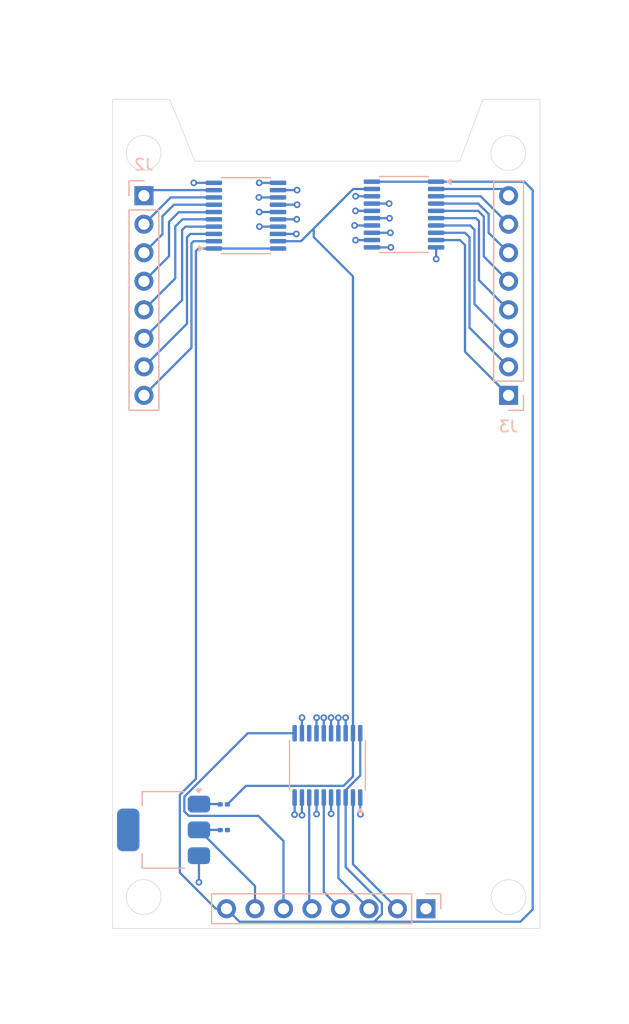
<source format=kicad_pcb>
(kicad_pcb (version 20241229) (generator "pcbnew") (generator_version "9.0")
  (layers (0 "F.Cu" signal) (2 "B.Cu" signal) (13 "F.Paste" user) (15 "B.Paste" user) (5 "F.SilkS" user "F.Silkscreen") (7 "B.SilkS" user "B.Silkscreen") (1 "F.Mask" user) (3 "B.Mask" user) (25 "Edge.Cuts" user))
  (net 0 "")
  (net 1 "I1")
  (net 2 "I0")
  (net 3 "+5V")
  (net 4 "I4")
  (net 5 "I3")
  (net 6 "I2")
  (net 7 "D0")
  (net 8 "D1")
  (net 9 "D2")
  (net 10 "D3")
  (net 11 "Net-(J2-Pin_2)")
  (net 12 "GND")
  (net 13 "Net-(J2-Pin_3)")
  (net 14 "Net-(J2-Pin_7)")
  (net 15 "Net-(J2-Pin_1)")
  (net 16 "Net-(J2-Pin_6)")
  (net 17 "Net-(J2-Pin_8)")
  (net 18 "Net-(J2-Pin_5)")
  (net 19 "Net-(J2-Pin_4)")
  (net 20 "Net-(J3-Pin_6)")
  (net 21 "Net-(J3-Pin_3)")
  (net 22 "Net-(J3-Pin_1)")
  (net 23 "Net-(J3-Pin_4)")
  (net 24 "Net-(J3-Pin_8)")
  (net 25 "Net-(J3-Pin_7)")
  (net 26 "Net-(J3-Pin_5)")
  (net 27 "Net-(J3-Pin_2)")
  (net 28 "Net-(U1-P=R)")
  (net 29 "D7")
  (net 30 "D4")
  (net 31 "D6")
  (net 32 "D5")
  (net 33 "D8")
  (net 34 "D11")
  (net 35 "D13")
  (net 36 "D9")
  (net 37 "D12")
  (net 38 "D14")
  (net 39 "D10")
  (net 40 "I5")
  (net 41 "RESP")
  (net 42 "Net-(Q1-B)")
  (net 43 "D15")
  (footprint "Connector_PinSocket_2.54mm:PinSocket_1x08_P2.54mm_Vertical" (layer "B.Cu") (at 86.106 75.184)
    (property "Reference" "J3" (at 0 2.77 0) (layer "B.SilkS") (effects (justify mirror)))
    (property "Value" "Conn_01x08_Socket")
    (fp_line (start -1.33 -19.11) (end 1.33 -19.11) (stroke (width 0.12)) (layer "B.SilkS"))
    (fp_line (start -1.33 -1.27) (end -1.33 -19.11) (stroke (width 0.12)) (layer "B.SilkS"))
    (fp_line (start -1.33 -1.27) (end 1.33 -1.27) (stroke (width 0.12)) (layer "B.SilkS"))
    (fp_line (start 0 1.33) (end 1.33 1.33) (stroke (width 0.12)) (layer "B.SilkS"))
    (fp_line (start 1.33 -1.27) (end 1.33 -19.11) (stroke (width 0.12)) (layer "B.SilkS"))
    (fp_line (start 1.33 1.33) (end 1.33 0) (stroke (width 0.12)) (layer "B.SilkS"))
    (pad "1" thru_hole rect (at 0 0) (size 1.7 1.7) (drill 1) (layers "*.Cu" "*.Mask") (net 22 "Net-(J3-Pin_1)"))
    (pad "2" thru_hole circle (at 0 -2.54) (size 1.7 1.7) (drill 1) (layers "*.Cu" "*.Mask") (net 27 "Net-(J3-Pin_2)"))
    (pad "3" thru_hole circle (at 0 -5.08) (size 1.7 1.7) (drill 1) (layers "*.Cu" "*.Mask") (net 21 "Net-(J3-Pin_3)"))
    (pad "4" thru_hole circle (at 0 -7.62) (size 1.7 1.7) (drill 1) (layers "*.Cu" "*.Mask") (net 23 "Net-(J3-Pin_4)"))
    (pad "5" thru_hole circle (at 0 -10.16) (size 1.7 1.7) (drill 1) (layers "*.Cu" "*.Mask") (net 26 "Net-(J3-Pin_5)"))
    (pad "6" thru_hole circle (at 0 -12.7) (size 1.7 1.7) (drill 1) (layers "*.Cu" "*.Mask") (net 20 "Net-(J3-Pin_6)"))
    (pad "7" thru_hole circle (at 0 -15.24) (size 1.7 1.7) (drill 1) (layers "*.Cu" "*.Mask") (net 25 "Net-(J3-Pin_7)"))
    (pad "8" thru_hole circle (at 0 -17.78) (size 1.7 1.7) (drill 1) (layers "*.Cu" "*.Mask") (net 24 "Net-(J3-Pin_8)"))
  )
  (footprint "Package_TO_SOT_SMD:SOT-223-3_TabPin2" (layer "B.Cu") (at 55.3466 113.8803 180)
    (property "Reference" "Q1" (hide yes))
    (property "Value" "PZT2222A")
    (fp_line (start 1.91 3.41) (end 1.91 2.15) (stroke (width 0.12)) (layer "B.SilkS"))
    (fp_line (start 1.91 -3.41) (end 1.91 -2.15) (stroke (width 0.12)) (layer "B.SilkS"))
    (fp_line (start -1.85 3.41) (end 1.91 3.41) (stroke (width 0.12)) (layer "B.SilkS"))
    (fp_line (start -1.85 -3.41) (end 1.91 -3.41) (stroke (width 0.12)) (layer "B.SilkS"))
    (fp_poly (pts (xy -3.13 3.31) (xy -3.37 3.64) (xy -2.89 3.64) (xy -3.13 3.31)) (stroke (width 0.12)) (fill yes) (layer "B.SilkS"))
    (pad "1" smd roundrect (at -3.15 2.3 180) (size 2 1.5) (layers "B.Cu" "B.Mask" "B.Paste") (net 42 "Net-(Q1-B)"))
    (pad "2" smd roundrect (at -3.15 0 180) (size 2 1.5) (layers "B.Cu" "B.Mask" "B.Paste") (net 41 "RESP"))
    (pad "2" smd roundrect (at 3.15 0 180) (size 2 3.8) (layers "B.Cu" "B.Mask" "B.Paste") (net 41 "RESP"))
    (pad "3" smd roundrect (at -3.15 -2.3 180) (size 2 1.5) (layers "B.Cu" "B.Mask" "B.Paste") (net 12 "GND"))
  )
  (footprint "Package_SO:TSSOP-20_4.4x6.5mm_P0.65mm" (layer "B.Cu") (at 62.6872 59.182)
    (property "Reference" "U2" (hide yes))
    (property "Value" "74HC245" (hide yes))
    (fp_line (start 0 -3.385) (end -2.2 -3.385) (stroke (width 0.12)) (layer "B.SilkS"))
    (fp_line (start 0 -3.385) (end 2.2 -3.385) (stroke (width 0.12)) (layer "B.SilkS"))
    (fp_line (start 0 3.385) (end -2.2 3.385) (stroke (width 0.12)) (layer "B.SilkS"))
    (fp_line (start 0 3.385) (end 2.2 3.385) (stroke (width 0.12)) (layer "B.SilkS"))
    (fp_poly (pts (xy -3.86 2.925) (xy -4.19 2.685) (xy -4.19 3.165)) (stroke (width 0.12)) (fill yes) (layer "B.SilkS"))
    (pad "1" smd roundrect (at -2.8625 2.925) (size 1.475 0.4) (layers "B.Cu" "B.Mask" "B.Paste") (net 3 "+5V"))
    (pad "2" smd roundrect (at -2.8625 2.275) (size 1.475 0.4) (layers "B.Cu" "B.Mask" "B.Paste") (net 17 "Net-(J2-Pin_8)"))
    (pad "3" smd roundrect (at -2.8625 1.625) (size 1.475 0.4) (layers "B.Cu" "B.Mask" "B.Paste") (net 14 "Net-(J2-Pin_7)"))
    (pad "4" smd roundrect (at -2.8625 0.975) (size 1.475 0.4) (layers "B.Cu" "B.Mask" "B.Paste") (net 16 "Net-(J2-Pin_6)"))
    (pad "5" smd roundrect (at -2.8625 0.325) (size 1.475 0.4) (layers "B.Cu" "B.Mask" "B.Paste") (net 18 "Net-(J2-Pin_5)"))
    (pad "6" smd roundrect (at -2.8625 -0.325) (size 1.475 0.4) (layers "B.Cu" "B.Mask" "B.Paste") (net 19 "Net-(J2-Pin_4)"))
    (pad "7" smd roundrect (at -2.8625 -0.975) (size 1.475 0.4) (layers "B.Cu" "B.Mask" "B.Paste") (net 13 "Net-(J2-Pin_3)"))
    (pad "8" smd roundrect (at -2.8625 -1.625) (size 1.475 0.4) (layers "B.Cu" "B.Mask" "B.Paste") (net 11 "Net-(J2-Pin_2)"))
    (pad "9" smd roundrect (at -2.8625 -2.275) (size 1.475 0.4) (layers "B.Cu" "B.Mask" "B.Paste") (net 15 "Net-(J2-Pin_1)"))
    (pad "10" smd roundrect (at -2.8625 -2.925) (size 1.475 0.4) (layers "B.Cu" "B.Mask" "B.Paste") (net 12 "GND"))
    (pad "11" smd roundrect (at 2.8625 -2.925) (size 1.475 0.4) (layers "B.Cu" "B.Mask" "B.Paste") (net 7 "D0"))
    (pad "12" smd roundrect (at 2.8625 -2.275) (size 1.475 0.4) (layers "B.Cu" "B.Mask" "B.Paste") (net 8 "D1"))
    (pad "13" smd roundrect (at 2.8625 -1.625) (size 1.475 0.4) (layers "B.Cu" "B.Mask" "B.Paste") (net 9 "D2"))
    (pad "14" smd roundrect (at 2.8625 -0.975) (size 1.475 0.4) (layers "B.Cu" "B.Mask" "B.Paste") (net 10 "D3"))
    (pad "15" smd roundrect (at 2.8625 -0.325) (size 1.475 0.4) (layers "B.Cu" "B.Mask" "B.Paste") (net 30 "D4"))
    (pad "16" smd roundrect (at 2.8625 0.325) (size 1.475 0.4) (layers "B.Cu" "B.Mask" "B.Paste") (net 32 "D5"))
    (pad "17" smd roundrect (at 2.8625 0.975) (size 1.475 0.4) (layers "B.Cu" "B.Mask" "B.Paste") (net 31 "D6"))
    (pad "18" smd roundrect (at 2.8625 1.625) (size 1.475 0.4) (layers "B.Cu" "B.Mask" "B.Paste") (net 29 "D7"))
    (pad "19" smd roundrect (at 2.8625 2.275) (size 1.475 0.4) (layers "B.Cu" "B.Mask" "B.Paste") (net 28 "Net-(U1-P=R)"))
    (pad "20" smd roundrect (at 2.8625 2.925) (size 1.475 0.4) (layers "B.Cu" "B.Mask" "B.Paste") (net 3 "+5V"))
  )
  (footprint "Package_SO:TSSOP-20_4.4x6.5mm_P0.65mm" (layer "B.Cu") (at 76.7842 59.0804 180)
    (property "Reference" "U3" (hide yes))
    (property "Value" "74HC245" (hide yes))
    (fp_line (start 0 3.385) (end 2.2 3.385) (stroke (width 0.12)) (layer "B.SilkS"))
    (fp_line (start 0 3.385) (end -2.2 3.385) (stroke (width 0.12)) (layer "B.SilkS"))
    (fp_line (start 0 -3.385) (end 2.2 -3.385) (stroke (width 0.12)) (layer "B.SilkS"))
    (fp_line (start 0 -3.385) (end -2.2 -3.385) (stroke (width 0.12)) (layer "B.SilkS"))
    (fp_poly (pts (xy -3.86 2.925) (xy -4.19 2.685) (xy -4.19 3.165)) (stroke (width 0.12)) (fill yes) (layer "B.SilkS"))
    (pad "1" smd roundrect (at -2.8625 2.925 180) (size 1.475 0.4) (layers "B.Cu" "B.Mask" "B.Paste") (net 3 "+5V"))
    (pad "2" smd roundrect (at -2.8625 2.275 180) (size 1.475 0.4) (layers "B.Cu" "B.Mask" "B.Paste") (net 24 "Net-(J3-Pin_8)"))
    (pad "3" smd roundrect (at -2.8625 1.625 180) (size 1.475 0.4) (layers "B.Cu" "B.Mask" "B.Paste") (net 25 "Net-(J3-Pin_7)"))
    (pad "4" smd roundrect (at -2.8625 0.975 180) (size 1.475 0.4) (layers "B.Cu" "B.Mask" "B.Paste") (net 20 "Net-(J3-Pin_6)"))
    (pad "5" smd roundrect (at -2.8625 0.325 180) (size 1.475 0.4) (layers "B.Cu" "B.Mask" "B.Paste") (net 26 "Net-(J3-Pin_5)"))
    (pad "6" smd roundrect (at -2.8625 -0.325 180) (size 1.475 0.4) (layers "B.Cu" "B.Mask" "B.Paste") (net 23 "Net-(J3-Pin_4)"))
    (pad "7" smd roundrect (at -2.8625 -0.975 180) (size 1.475 0.4) (layers "B.Cu" "B.Mask" "B.Paste") (net 21 "Net-(J3-Pin_3)"))
    (pad "8" smd roundrect (at -2.8625 -1.625 180) (size 1.475 0.4) (layers "B.Cu" "B.Mask" "B.Paste") (net 27 "Net-(J3-Pin_2)"))
    (pad "9" smd roundrect (at -2.8625 -2.275 180) (size 1.475 0.4) (layers "B.Cu" "B.Mask" "B.Paste") (net 22 "Net-(J3-Pin_1)"))
    (pad "10" smd roundrect (at -2.8625 -2.925 180) (size 1.475 0.4) (layers "B.Cu" "B.Mask" "B.Paste") (net 12 "GND"))
    (pad "11" smd roundrect (at 2.8625 -2.925 180) (size 1.475 0.4) (layers "B.Cu" "B.Mask" "B.Paste") (net 33 "D8"))
    (pad "12" smd roundrect (at 2.8625 -2.275 180) (size 1.475 0.4) (layers "B.Cu" "B.Mask" "B.Paste") (net 36 "D9"))
    (pad "13" smd roundrect (at 2.8625 -1.625 180) (size 1.475 0.4) (layers "B.Cu" "B.Mask" "B.Paste") (net 39 "D10"))
    (pad "14" smd roundrect (at 2.8625 -0.975 180) (size 1.475 0.4) (layers "B.Cu" "B.Mask" "B.Paste") (net 34 "D11"))
    (pad "15" smd roundrect (at 2.8625 -0.325 180) (size 1.475 0.4) (layers "B.Cu" "B.Mask" "B.Paste") (net 37 "D12"))
    (pad "16" smd roundrect (at 2.8625 0.325 180) (size 1.475 0.4) (layers "B.Cu" "B.Mask" "B.Paste") (net 35 "D13"))
    (pad "17" smd roundrect (at 2.8625 0.975 180) (size 1.475 0.4) (layers "B.Cu" "B.Mask" "B.Paste") (net 38 "D14"))
    (pad "18" smd roundrect (at 2.8625 1.625 180) (size 1.475 0.4) (layers "B.Cu" "B.Mask" "B.Paste") (net 43 "D15"))
    (pad "19" smd roundrect (at 2.8625 2.275 180) (size 1.475 0.4) (layers "B.Cu" "B.Mask" "B.Paste") (net 28 "Net-(U1-P=R)"))
    (pad "20" smd roundrect (at 2.8625 2.925 180) (size 1.475 0.4) (layers "B.Cu" "B.Mask" "B.Paste") (net 3 "+5V"))
  )
  (footprint "Connector_PinSocket_2.54mm:PinSocket_1x08_P2.54mm_Vertical" (layer "B.Cu") (at 53.594 57.404 180)
    (property "Reference" "J2" (at 0 2.77 0) (layer "B.SilkS") (effects (justify mirror)))
    (property "Value" "Conn_01x08_Socket")
    (fp_line (start 1.33 1.33) (end 1.33 0) (stroke (width 0.12)) (layer "B.SilkS"))
    (fp_line (start 1.33 -1.27) (end 1.33 -19.11) (stroke (width 0.12)) (layer "B.SilkS"))
    (fp_line (start 0 1.33) (end 1.33 1.33) (stroke (width 0.12)) (layer "B.SilkS"))
    (fp_line (start -1.33 -1.27) (end 1.33 -1.27) (stroke (width 0.12)) (layer "B.SilkS"))
    (fp_line (start -1.33 -1.27) (end -1.33 -19.11) (stroke (width 0.12)) (layer "B.SilkS"))
    (fp_line (start -1.33 -19.11) (end 1.33 -19.11) (stroke (width 0.12)) (layer "B.SilkS"))
    (pad "1" thru_hole rect (at 0 0 180) (size 1.7 1.7) (drill 1) (layers "*.Cu" "*.Mask") (net 15 "Net-(J2-Pin_1)"))
    (pad "2" thru_hole circle (at 0 -2.54 180) (size 1.7 1.7) (drill 1) (layers "*.Cu" "*.Mask") (net 11 "Net-(J2-Pin_2)"))
    (pad "3" thru_hole circle (at 0 -5.08 180) (size 1.7 1.7) (drill 1) (layers "*.Cu" "*.Mask") (net 13 "Net-(J2-Pin_3)"))
    (pad "4" thru_hole circle (at 0 -7.62 180) (size 1.7 1.7) (drill 1) (layers "*.Cu" "*.Mask") (net 19 "Net-(J2-Pin_4)"))
    (pad "5" thru_hole circle (at 0 -10.16 180) (size 1.7 1.7) (drill 1) (layers "*.Cu" "*.Mask") (net 18 "Net-(J2-Pin_5)"))
    (pad "6" thru_hole circle (at 0 -12.7 180) (size 1.7 1.7) (drill 1) (layers "*.Cu" "*.Mask") (net 16 "Net-(J2-Pin_6)"))
    (pad "7" thru_hole circle (at 0 -15.24 180) (size 1.7 1.7) (drill 1) (layers "*.Cu" "*.Mask") (net 14 "Net-(J2-Pin_7)"))
    (pad "8" thru_hole circle (at 0 -17.78 180) (size 1.7 1.7) (drill 1) (layers "*.Cu" "*.Mask") (net 17 "Net-(J2-Pin_8)"))
  )
  (footprint "Resistor_SMD:R_0201_0603Metric" (layer "B.Cu") (at 60.7208 113.8936)
    (property "Reference" "R2" (hide yes))
    (property "Value" "1k" (hide yes))
    (pad "1" smd roundrect (at -0.32 0) (size 0.46 0.4) (layers "B.Cu" "B.Mask") (net 41 "RESP"))
    (pad "2" smd roundrect (at 0.32 0) (size 0.46 0.4) (layers "B.Cu" "B.Mask") (net 3 "+5V"))
  )
  (footprint "Resistor_SMD:R_0201_0603Metric" (layer "B.Cu") (at 60.7166 111.6076 180)
    (property "Reference" "R1" (hide yes))
    (property "Value" "1k" (hide yes))
    (pad "1" smd roundrect (at -0.32 0 180) (size 0.46 0.4) (layers "B.Cu" "B.Mask") (net 28 "Net-(U1-P=R)"))
    (pad "2" smd roundrect (at 0.32 0 180) (size 0.46 0.4) (layers "B.Cu" "B.Mask") (net 42 "Net-(Q1-B)"))
  )
  (footprint "Connector_PinSocket_2.54mm:PinSocket_1x08_P2.54mm_Vertical" (layer "B.Cu") (at 78.736987 120.901587 90)
    (property "Reference" "J1" (hide yes))
    (property "Value" "Conn_01x08_Socket" (hide yes))
    (fp_line (start -1.33 -19.11) (end 1.33 -19.11) (stroke (width 0.12)) (layer "B.SilkS"))
    (fp_line (start 1.33 -1.27) (end 1.33 -19.11) (stroke (width 0.12)) (layer "B.SilkS"))
    (fp_line (start -1.33 -1.27) (end -1.33 -19.11) (stroke (width 0.12)) (layer "B.SilkS"))
    (fp_line (start -1.33 -1.27) (end 1.33 -1.27) (stroke (width 0.12)) (layer "B.SilkS"))
    (fp_line (start 1.33 1.33) (end 1.33 0) (stroke (width 0.12)) (layer "B.SilkS"))
    (fp_line (start 0 1.33) (end 1.33 1.33) (stroke (width 0.12)) (layer "B.SilkS"))
    (pad "1" thru_hole rect (at 0 0 90) (size 1.7 1.7) (drill 1) (layers "*.Cu" "*.Mask") (net 12 "GND"))
    (pad "2" thru_hole circle (at 0 -2.54 90) (size 1.7 1.7) (drill 1) (layers "*.Cu" "*.Mask") (net 2 "I0"))
    (pad "3" thru_hole circle (at 0 -5.08 90) (size 1.7 1.7) (drill 1) (layers "*.Cu" "*.Mask") (net 1 "I1"))
    (pad "4" thru_hole circle (at 0 -7.62 90) (size 1.7 1.7) (drill 1) (layers "*.Cu" "*.Mask") (net 6 "I2"))
    (pad "5" thru_hole circle (at 0 -10.16 90) (size 1.7 1.7) (drill 1) (layers "*.Cu" "*.Mask") (net 5 "I3"))
    (pad "6" thru_hole circle (at 0 -12.7 90) (size 1.7 1.7) (drill 1) (layers "*.Cu" "*.Mask") (net 4 "I4"))
    (pad "7" thru_hole circle (at 0 -15.24 90) (size 1.7 1.7) (drill 1) (layers "*.Cu" "*.Mask") (net 41 "RESP"))
    (pad "8" thru_hole circle (at 0 -17.78 90) (size 1.7 1.7) (drill 1) (layers "*.Cu" "*.Mask") (net 3 "+5V"))
  )
  (footprint "Package_SO:TSSOP-20_4.4x6.5mm_P0.65mm" (layer "B.Cu") (at 69.9556 108.1355 90)
    (property "Reference" "U1" (hide yes))
    (property "Value" "74HC688")
    (fp_line (start 0 -3.385) (end 2.2 -3.385) (stroke (width 0.12)) (layer "B.SilkS"))
    (fp_line (start 0 -3.385) (end -2.2 -3.385) (stroke (width 0.12)) (layer "B.SilkS"))
    (fp_line (start 0 3.385) (end 2.2 3.385) (stroke (width 0.12)) (layer "B.SilkS"))
    (fp_line (start 0 3.385) (end -2.2 3.385) (stroke (width 0.12)) (layer "B.SilkS"))
    (fp_poly (pts (xy -3.86 2.925) (xy -4.19 2.685) (xy -4.19 3.165)) (stroke (width 0.12)) (fill yes) (layer "B.SilkS"))
    (pad "1" smd roundrect (at -2.8625 2.925 90) (size 1.475 0.4) (layers "B.Cu" "B.Mask" "B.Paste") (net 12 "GND"))
    (pad "2" smd roundrect (at -2.8625 2.275 90) (size 1.475 0.4) (layers "B.Cu" "B.Mask" "B.Paste") (net 2 "I0"))
    (pad "3" smd roundrect (at -2.8625 1.625 90) (size 1.475 0.4) (layers "B.Cu" "B.Mask" "B.Paste") (net 3 "+5V"))
    (pad "4" smd roundrect (at -2.8625 0.975 90) (size 1.475 0.4) (layers "B.Cu" "B.Mask" "B.Paste") (net 1 "I1"))
    (pad "5" smd roundrect (at -2.8625 0.325 90) (size 1.475 0.4) (layers "B.Cu" "B.Mask" "B.Paste") (net 12 "GND"))
    (pad "6" smd roundrect (at -2.8625 -0.325 90) (size 1.475 0.4) (layers "B.Cu" "B.Mask" "B.Paste") (net 6 "I2"))
    (pad "7" smd roundrect (at -2.8625 -0.975 90) (size 1.475 0.4) (layers "B.Cu" "B.Mask" "B.Paste") (net 12 "GND"))
    (pad "8" smd roundrect (at -2.8625 -1.625 90) (size 1.475 0.4) (layers "B.Cu" "B.Mask" "B.Paste") (net 5 "I3"))
    (pad "9" smd roundrect (at -2.8625 -2.275 90) (size 1.475 0.4) (layers "B.Cu" "B.Mask" "B.Paste") (net 12 "GND"))
    (pad "10" smd roundrect (at -2.8625 -2.925 90) (size 1.475 0.4) (layers "B.Cu" "B.Mask" "B.Paste") (net 12 "GND"))
    (pad "11" smd roundrect (at 2.8625 -2.925 90) (size 1.475 0.4) (layers "B.Cu" "B.Mask" "B.Paste") (net 4 "I4"))
    (pad "12" smd roundrect (at 2.8625 -2.275 90) (size 1.475 0.4) (layers "B.Cu" "B.Mask" "B.Paste") (net 12 "GND"))
    (pad "13" smd roundrect (at 2.8625 -1.625 90) (size 1.475 0.4) (layers "B.Cu" "B.Mask" "B.Paste") (net 40 "I5"))
    (pad "14" smd roundrect (at 2.8625 -0.975 90) (size 1.475 0.4) (layers "B.Cu" "B.Mask" "B.Paste") (net 12 "GND"))
    (pad "15" smd roundrect (at 2.8625 -0.325 90) (size 1.475 0.4) (layers "B.Cu" "B.Mask" "B.Paste") (net 12 "GND"))
    (pad "16" smd roundrect (at 2.8625 0.325 90) (size 1.475 0.4) (layers "B.Cu" "B.Mask" "B.Paste") (net 12 "GND"))
    (pad "17" smd roundrect (at 2.8625 0.975 90) (size 1.475 0.4) (layers "B.Cu" "B.Mask" "B.Paste") (net 12 "GND"))
    (pad "18" smd roundrect (at 2.8625 1.625 90) (size 1.475 0.4) (layers "B.Cu" "B.Mask" "B.Paste") (net 12 "GND"))
    (pad "19" smd roundrect (at 2.8625 2.275 90) (size 1.475 0.4) (layers "B.Cu" "B.Mask" "B.Paste") (net 28 "Net-(U1-P=R)"))
    (pad "20" smd roundrect (at 2.8625 2.925 90) (size 1.475 0.4) (layers "B.Cu" "B.Mask" "B.Paste") (net 3 "+5V"))
  )
  (gr_circle (center 53.568 53.594) (end 55.118 53.594) (stroke (width 0.05)) (fill no) (layer "Edge.Cuts"))
  (gr_poly (pts (xy 55.88 48.8188) (xy 50.8 48.8188) (xy 50.8 122.6566) (xy 88.9 122.6566) (xy 88.9 48.8188) (xy 83.82 48.8188) (xy 81.7626 54.3306) (xy 58.1406 54.3306)) (stroke (width 0.05)) (fill no) (layer "Edge.Cuts"))
  (gr_circle (center 53.568 119.8626) (end 55.118 119.8626) (stroke (width 0.05)) (fill no) (layer "Edge.Cuts"))
  (gr_circle (center 86.106 119.8626) (end 87.656 119.8626) (stroke (width 0.05)) (fill no) (layer "Edge.Cuts"))
  (gr_circle (center 86.08 53.594) (end 87.63 53.594) (stroke (width 0.05)) (fill no) (layer "Edge.Cuts"))
  (segment (start 70.9306 110.998) (end 70.9306 118.1752) (width 0.2) (layer "B.Cu") (net 1))
  (segment (start 70.9306 118.1752) (end 73.656987 120.901587) (width 0.2) (layer "B.Cu") (net 1))
  (segment (start 72.2306 110.998) (end 72.2306 116.9352) (width 0.2) (layer "B.Cu") (net 2))
  (segment (start 72.2306 116.9352) (end 76.196987 120.901587) (width 0.2) (layer "B.Cu") (net 2))
  (segment (start 58.2314 62.3316) (end 58.2314 109.322392) (width 0.2) (layer "B.Cu") (net 3))
  (segment (start 71.5806 110.34063) (end 71.5806 110.998) (width 0.2) (layer "B.Cu") (net 3))
  (segment (start 71.5806 117.19744) (end 74.807987 120.424827) (width 0.2) (layer "B.Cu") (net 3))
  (segment (start 79.6467 56.1554) (end 87.507 56.1554) (width 0.2) (layer "B.Cu") (net 3))
  (segment (start 59.8247 62.107) (end 58.456 62.107) (width 0.2) (layer "B.Cu") (net 3))
  (segment (start 73.9217 56.1554) (end 79.6467 56.1554) (width 0.2) (layer "B.Cu") (net 3))
  (segment (start 58.456 62.107) (end 58.2314 62.3316) (width 0.2) (layer "B.Cu") (net 3))
  (segment (start 87.507 56.1554) (end 88.257 56.9054) (width 0.2) (layer "B.Cu") (net 3))
  (segment (start 74.807987 120.424827) (end 74.807987 121.378347) (width 0.2) (layer "B.Cu") (net 3))
  (segment (start 56.7946 110.759192) (end 56.7946 117.690143) (width 0.2) (layer "B.Cu") (net 3))
  (segment (start 73.7616 122.0556) (end 73.5076 122.0556) (width 0.2) (layer "B.Cu") (net 3))
  (segment (start 62.111 122.0556) (end 60.956987 120.901587) (width 0.2) (layer "B.Cu") (net 3))
  (segment (start 74.807987 121.378347) (end 74.130734 122.0556) (width 0.2) (layer "B.Cu") (net 3))
  (segment (start 58.2314 109.322392) (end 56.7946 110.759192) (width 0.2) (layer "B.Cu") (net 3))
  (segment (start 73.5076 122.0556) (end 62.111 122.0556) (width 0.2) (layer "B.Cu") (net 3))
  (segment (start 65.5497 62.107) (end 59.8247 62.107) (width 0.2) (layer "B.Cu") (net 3))
  (segment (start 60.006044 120.901587) (end 60.956987 120.901587) (width 0.2) (layer "B.Cu") (net 3))
  (segment (start 88.257 120.9628) (end 87.1642 122.0556) (width 0.2) (layer "B.Cu") (net 3))
  (segment (start 56.7946 117.690143) (end 60.006044 120.901587) (width 0.2) (layer "B.Cu") (net 3))
  (segment (start 72.8806 109.04063) (end 71.5806 110.34063) (width 0.2) (layer "B.Cu") (net 3))
  (segment (start 74.130734 122.0556) (end 73.7616 122.0556) (width 0.2) (layer "B.Cu") (net 3))
  (segment (start 88.257 56.9054) (end 88.257 120.9628) (width 0.2) (layer "B.Cu") (net 3))
  (segment (start 71.5806 110.998) (end 71.5806 117.19744) (width 0.2) (layer "B.Cu") (net 3))
  (segment (start 87.1642 122.0556) (end 73.7616 122.0556) (width 0.2) (layer "B.Cu") (net 3))
  (segment (start 72.8806 105.273) (end 72.8806 109.04063) (width 0.2) (layer "B.Cu") (net 3))
  (segment (start 57.1956 110.925292) (end 62.847892 105.273) (width 0.2) (layer "B.Cu") (net 4))
  (segment (start 62.847892 105.273) (end 67.0306 105.273) (width 0.2) (layer "B.Cu") (net 4))
  (segment (start 63.7946 112.6313) (end 57.591592 112.6313) (width 0.2) (layer "B.Cu") (net 4))
  (segment (start 66.036987 120.901587) (end 66.036987 114.873687) (width 0.2) (layer "B.Cu") (net 4))
  (segment (start 66.036987 114.873687) (end 63.7946 112.6313) (width 0.2) (layer "B.Cu") (net 4))
  (segment (start 57.1956 112.235308) (end 57.1956 110.925292) (width 0.2) (layer "B.Cu") (net 4))
  (segment (start 57.591592 112.6313) (end 57.1956 112.235308) (width 0.2) (layer "B.Cu") (net 4))
  (segment (start 68.3306 120.6552) (end 68.576987 120.901587) (width 0.2) (layer "B.Cu") (net 5))
  (segment (start 68.3306 110.998) (end 68.3306 120.6552) (width 0.2) (layer "B.Cu") (net 5))
  (segment (start 69.6306 119.4152) (end 71.116987 120.901587) (width 0.2) (layer "B.Cu") (net 6))
  (segment (start 69.6306 110.998) (end 69.6306 119.4152) (width 0.2) (layer "B.Cu") (net 6))
  (via (at 63.8696 56.257) (size 0.6) (drill 0.3) (layers "F.Cu" "B.Cu") (net 7))
  (segment (start 65.5497 56.257) (end 63.8696 56.257) (width 0.2) (layer "B.Cu") (net 7))
  (via (at 67.2482 56.907) (size 0.6) (drill 0.3) (layers "F.Cu" "B.Cu") (net 8))
  (segment (start 65.5497 56.907) (end 67.2482 56.907) (width 0.2) (layer "B.Cu") (net 8))
  (via (at 63.8408 57.557) (size 0.6) (drill 0.3) (layers "F.Cu" "B.Cu") (net 9))
  (segment (start 65.5497 57.557) (end 63.8408 57.557) (width 0.2) (layer "B.Cu") (net 9))
  (via (at 67.2494 58.207) (size 0.6) (drill 0.3) (layers "F.Cu" "B.Cu") (net 10))
  (segment (start 65.5497 58.207) (end 67.2494 58.207) (width 0.2) (layer "B.Cu") (net 10))
  (segment (start 59.8247 57.557) (end 55.981 57.557) (width 0.2) (layer "B.Cu") (net 11))
  (segment (start 55.981 57.557) (end 53.594 59.944) (width 0.2) (layer "B.Cu") (net 11))
  (via (at 58.4962 118.5418) (size 0.6) (drill 0.3) (layers "F.Cu" "B.Cu") (net 12))
  (via (at 67.691 103.886) (size 0.6) (drill 0.3) (layers "F.Cu" "B.Cu") (net 12))
  (via (at 70.2818 112.4458) (size 0.6) (drill 0.3) (layers "F.Cu" "B.Cu") (net 12))
  (via (at 67.0306 112.522) (size 0.6) (drill 0.3) (layers "F.Cu" "B.Cu") (net 12))
  (via (at 68.9864 103.886) (size 0.6) (drill 0.3) (layers "F.Cu" "B.Cu") (net 12))
  (via (at 69.6306 103.8952) (size 0.6) (drill 0.3) (layers "F.Cu" "B.Cu") (net 12))
  (via (at 72.898 112.4966) (size 0.6) (drill 0.3) (layers "F.Cu" "B.Cu") (net 12))
  (via (at 67.691 112.5728) (size 0.6) (drill 0.3) (layers "F.Cu" "B.Cu") (net 12))
  (via (at 70.9306 103.8976) (size 0.6) (drill 0.3) (layers "F.Cu" "B.Cu") (net 12))
  (via (at 71.5772 103.886) (size 0.6) (drill 0.3) (layers "F.Cu" "B.Cu") (net 12))
  (via (at 58.039 56.261) (size 0.6) (drill 0.3) (layers "F.Cu" "B.Cu") (net 12))
  (via (at 70.2806 103.8872) (size 0.6) (drill 0.3) (layers "F.Cu" "B.Cu") (net 12))
  (via (at 79.6544 63.0428) (size 0.6) (drill 0.3) (layers "F.Cu" "B.Cu") (net 12))
  (via (at 68.9864 112.4712) (size 0.6) (drill 0.3) (layers "F.Cu" "B.Cu") (net 12))
  (segment (start 71.5806 105.273) (end 71.5806 103.8894) (width 0.2) (layer "B.Cu") (net 12))
  (segment (start 68.9806 105.273) (end 68.9806 103.8918) (width 0.2) (layer "B.Cu") (net 12))
  (segment (start 67.6806 103.8964) (end 67.691 103.886) (width 0.2) (layer "B.Cu") (net 12))
  (segment (start 72.8806 110.998) (end 72.8806 112.4792) (width 0.2) (layer "B.Cu") (net 12))
  (segment (start 58.043 56.257) (end 58.039 56.261) (width 0.2) (layer "B.Cu") (net 12))
  (segment (start 79.6467 62.0054) (end 79.6467 63.0351) (width 0.2) (layer "B.Cu") (net 12))
  (segment (start 70.2806 105.273) (end 70.2806 103.8872) (width 0.2) (layer "B.Cu") (net 12))
  (segment (start 58.4966 116.1803) (end 58.4966 118.5414) (width 0.2) (layer "B.Cu") (net 12))
  (segment (start 68.9806 103.8918) (end 68.9864 103.886) (width 0.2) (layer "B.Cu") (net 12))
  (segment (start 70.2806 112.4446) (end 70.2818 112.4458) (width 0.2) (layer "B.Cu") (net 12))
  (segment (start 72.8806 112.4792) (end 72.898 112.4966) (width 0.2) (layer "B.Cu") (net 12))
  (segment (start 58.4966 118.5414) (end 58.4962 118.5418) (width 0.2) (layer "B.Cu") (net 12))
  (segment (start 69.6306 105.273) (end 69.6306 103.8952) (width 0.2) (layer "B.Cu") (net 12))
  (segment (start 70.2806 110.998) (end 70.2806 112.4446) (width 0.2) (layer "B.Cu") (net 12))
  (segment (start 67.691 112.5728) (end 67.6806 112.4354) (width 0.2) (layer "B.Cu") (net 12))
  (segment (start 70.9306 103.8976) (end 70.9422 103.886) (width 0.2) (layer "B.Cu") (net 12))
  (segment (start 59.8247 56.257) (end 58.043 56.257) (width 0.2) (layer "B.Cu") (net 12))
  (segment (start 69.6306 103.8952) (end 69.6214 103.886) (width 0.2) (layer "B.Cu") (net 12))
  (segment (start 67.6806 112.4354) (end 67.6806 110.998) (width 0.2) (layer "B.Cu") (net 12))
  (segment (start 70.9306 105.273) (end 70.9306 103.8976) (width 0.2) (layer "B.Cu") (net 12))
  (segment (start 67.0306 110.998) (end 67.0306 112.522) (width 0.2) (layer "B.Cu") (net 12))
  (segment (start 67.6806 105.273) (end 67.6806 103.8964) (width 0.2) (layer "B.Cu") (net 12))
  (segment (start 68.9806 110.998) (end 68.9806 112.4654) (width 0.2) (layer "B.Cu") (net 12))
  (segment (start 79.6467 63.0351) (end 79.6544 63.0428) (width 0.2) (layer "B.Cu") (net 12))
  (segment (start 71.5806 103.8894) (end 71.5772 103.886) (width 0.2) (layer "B.Cu") (net 12))
  (segment (start 68.9806 112.4654) (end 68.9864 112.4712) (width 0.2) (layer "B.Cu") (net 12))
  (segment (start 55.245 59.2328) (end 55.245 60.833) (width 0.2) (layer "B.Cu") (net 13))
  (segment (start 55.245 60.833) (end 53.594 62.484) (width 0.2) (layer "B.Cu") (net 13))
  (segment (start 56.2708 58.207) (end 55.245 59.2328) (width 0.2) (layer "B.Cu") (net 13))
  (segment (start 59.8247 58.207) (end 56.2708 58.207) (width 0.2) (layer "B.Cu") (net 13))
  (segment (start 57.7348 60.807) (end 57.4294 61.1124) (width 0.2) (layer "B.Cu") (net 14))
  (segment (start 57.4294 61.1124) (end 57.4294 68.8086) (width 0.2) (layer "B.Cu") (net 14))
  (segment (start 57.4294 68.8086) (end 53.594 72.644) (width 0.2) (layer "B.Cu") (net 14))
  (segment (start 59.8247 60.807) (end 57.7348 60.807) (width 0.2) (layer "B.Cu") (net 14))
  (segment (start 53.594 57.404) (end 54.091 56.907) (width 0.2) (layer "B.Cu") (net 15))
  (segment (start 54.091 56.907) (end 59.8247 56.907) (width 0.2) (layer "B.Cu") (net 15))
  (segment (start 59.8247 60.157) (end 57.2926 60.157) (width 0.2) (layer "B.Cu") (net 16))
  (segment (start 57.2926 60.157) (end 56.9976 60.452) (width 0.2) (layer "B.Cu") (net 16))
  (segment (start 56.9976 60.452) (end 56.9976 66.7004) (width 0.2) (layer "B.Cu") (net 16))
  (segment (start 56.9976 66.7004) (end 53.594 70.104) (width 0.2) (layer "B.Cu") (net 16))
  (segment (start 58.0192 61.457) (end 57.8304 61.6458) (width 0.2) (layer "B.Cu") (net 17))
  (segment (start 59.8247 61.457) (end 58.0192 61.457) (width 0.2) (layer "B.Cu") (net 17))
  (segment (start 57.8304 70.9476) (end 53.594 75.184) (width 0.2) (layer "B.Cu") (net 17))
  (segment (start 57.8304 61.6458) (end 57.8304 70.9476) (width 0.2) (layer "B.Cu") (net 17))
  (segment (start 57.0282 59.507) (end 56.388 60.1472) (width 0.2) (layer "B.Cu") (net 18))
  (segment (start 59.8247 59.507) (end 57.0282 59.507) (width 0.2) (layer "B.Cu") (net 18))
  (segment (start 56.388 60.1472) (end 56.388 64.77) (width 0.2) (layer "B.Cu") (net 18))
  (segment (start 56.388 64.77) (end 53.594 67.564) (width 0.2) (layer "B.Cu") (net 18))
  (segment (start 59.8045 58.8772) (end 56.6928 58.8772) (width 0.2) (layer "B.Cu") (net 19))
  (segment (start 55.8292 59.7408) (end 55.8292 62.7888) (width 0.2) (layer "B.Cu") (net 19))
  (segment (start 55.8292 62.7888) (end 53.594 65.024) (width 0.2) (layer "B.Cu") (net 19))
  (segment (start 59.8247 58.857) (end 59.8045 58.8772) (width 0.2) (layer "B.Cu") (net 19))
  (segment (start 56.6928 58.8772) (end 55.8292 59.7408) (width 0.2) (layer "B.Cu") (net 19))
  (segment (start 84.328 60.706) (end 84.328 59.0296) (width 0.2) (layer "B.Cu") (net 20))
  (segment (start 84.328 59.0296) (end 83.4038 58.1054) (width 0.2) (layer "B.Cu") (net 20))
  (segment (start 83.4038 58.1054) (end 79.6467 58.1054) (width 0.2) (layer "B.Cu") (net 20))
  (segment (start 86.106 62.484) (end 84.328 60.706) (width 0.2) (layer "B.Cu") (net 20))
  (segment (start 83.0634 67.0614) (end 86.106 70.104) (width 0.2) (layer "B.Cu") (net 21))
  (segment (start 82.6922 60.0554) (end 83.0634 60.4266) (width 0.2) (layer "B.Cu") (net 21))
  (segment (start 79.6467 60.0554) (end 82.6922 60.0554) (width 0.2) (layer "B.Cu") (net 21))
  (segment (start 83.0634 60.4266) (end 83.0634 67.0614) (width 0.2) (layer "B.Cu") (net 21))
  (segment (start 79.6467 61.3554) (end 81.777 61.3554) (width 0.2) (layer "B.Cu") (net 22))
  (segment (start 82.2198 71.2978) (end 86.106 75.184) (width 0.2) (layer "B.Cu") (net 22))
  (segment (start 81.777 61.3554) (end 82.2198 61.7982) (width 0.2) (layer "B.Cu") (net 22))
  (segment (start 82.2198 61.7982) (end 82.2198 71.2978) (width 0.2) (layer "B.Cu") (net 22))
  (segment (start 83.4644 59.6646) (end 83.2052 59.4054) (width 0.2) (layer "B.Cu") (net 23))
  (segment (start 83.2052 59.4054) (end 79.6467 59.4054) (width 0.2) (layer "B.Cu") (net 23))
  (segment (start 83.4644 64.9224) (end 83.4644 59.6646) (width 0.2) (layer "B.Cu") (net 23))
  (segment (start 86.106 67.564) (end 83.4644 64.9224) (width 0.2) (layer "B.Cu") (net 23))
  (segment (start 85.5074 56.8054) (end 86.106 57.404) (width 0.2) (layer "B.Cu") (net 24))
  (segment (start 79.6467 56.8054) (end 85.5074 56.8054) (width 0.2) (layer "B.Cu") (net 24))
  (segment (start 83.6174 57.4554) (end 79.6467 57.4554) (width 0.2) (layer "B.Cu") (net 25))
  (segment (start 86.106 59.944) (end 83.6174 57.4554) (width 0.2) (layer "B.Cu") (net 25))
  (segment (start 86.106 65.024) (end 83.8962 62.8142) (width 0.2) (layer "B.Cu") (net 26))
  (segment (start 83.3934 58.7554) (end 79.6467 58.7554) (width 0.2) (layer "B.Cu") (net 26))
  (segment (start 83.8962 62.8142) (end 83.8962 59.2582) (width 0.2) (layer "B.Cu") (net 26))
  (segment (start 83.8962 59.2582) (end 83.3934 58.7554) (width 0.2) (layer "B.Cu") (net 26))
  (segment (start 82.2192 60.7054) (end 79.6467 60.7054) (width 0.2) (layer "B.Cu") (net 27))
  (segment (start 82.6262 69.1642) (end 82.6262 61.1124) (width 0.2) (layer "B.Cu") (net 27))
  (segment (start 82.6262 61.1124) (end 82.2192 60.7054) (width 0.2) (layer "B.Cu") (net 27))
  (segment (start 86.106 72.644) (end 82.6262 69.1642) (width 0.2) (layer "B.Cu") (net 27))
  (segment (start 71.39463 109.9595) (end 72.2306 109.12353) (width 0.2) (layer "B.Cu") (net 28))
  (segment (start 72.2306 105.273) (end 72.2306 64.5852) (width 0.2) (layer "B.Cu") (net 28))
  (segment (start 72.2306 109.12353) (end 72.2306 105.273) (width 0.2) (layer "B.Cu") (net 28))
  (segment (start 67.6004 61.457) (end 68.7324 60.325) (width 0.2) (layer "B.Cu") (net 28))
  (segment (start 69.6722 59.3852) (end 69.8881 59.1693) (width 0.2) (layer "B.Cu") (net 28))
  (segment (start 65.5497 61.457) (end 67.6004 61.457) (width 0.2) (layer "B.Cu") (net 28))
  (segment (start 62.6847 109.9595) (end 71.39463 109.9595) (width 0.2) (layer "B.Cu") (net 28))
  (segment (start 61.0366 111.6076) (end 62.6847 109.9595) (width 0.2) (layer "B.Cu") (net 28))
  (segment (start 68.7324 61.087) (end 68.7324 60.325) (width 0.2) (layer "B.Cu") (net 28))
  (segment (start 68.7324 60.325) (end 69.6722 59.3852) (width 0.2) (layer "B.Cu") (net 28))
  (segment (start 69.8881 59.1693) (end 72.252 56.8054) (width 0.2) (layer "B.Cu") (net 28))
  (segment (start 72.252 56.8054) (end 73.9217 56.8054) (width 0.2) (layer "B.Cu") (net 28))
  (segment (start 72.2306 64.5852) (end 68.7324 61.087) (width 0.2) (layer "B.Cu") (net 28))
  (via (at 67.1836 60.807) (size 0.6) (drill 0.3) (layers "F.Cu" "B.Cu") (net 29))
  (segment (start 65.5497 60.807) (end 67.1836 60.807) (width 0.2) (layer "B.Cu") (net 29))
  (via (at 63.8708 58.857) (size 0.6) (drill 0.3) (layers "F.Cu" "B.Cu") (net 30))
  (segment (start 65.5497 58.857) (end 63.8708 58.857) (width 0.2) (layer "B.Cu") (net 30))
  (via (at 63.8908 60.157) (size 0.6) (drill 0.3) (layers "F.Cu" "B.Cu") (net 31))
  (segment (start 65.5497 60.157) (end 63.8908 60.157) (width 0.2) (layer "B.Cu") (net 31))
  (via (at 67.2136 59.507) (size 0.6) (drill 0.3) (layers "F.Cu" "B.Cu") (net 32))
  (segment (start 65.5497 59.507) (end 67.2136 59.507) (width 0.2) (layer "B.Cu") (net 32))
  (via (at 75.6118 62.0054) (size 0.6) (drill 0.3) (layers "F.Cu" "B.Cu") (net 33))
  (segment (start 73.9217 62.0054) (end 75.6118 62.0054) (width 0.2) (layer "B.Cu") (net 33))
  (via (at 72.3802 60.0554) (size 0.6) (drill 0.3) (layers "F.Cu" "B.Cu") (net 34))
  (segment (start 73.9217 60.0554) (end 72.3802 60.0554) (width 0.2) (layer "B.Cu") (net 34))
  (via (at 72.461 58.7554) (size 0.6) (drill 0.3) (layers "F.Cu" "B.Cu") (net 35))
  (segment (start 73.9217 58.7554) (end 72.461 58.7554) (width 0.2) (layer "B.Cu") (net 35))
  (via (at 72.4662 61.3664) (size 0.6) (drill 0.3) (layers "F.Cu" "B.Cu") (net 36))
  (segment (start 72.4772 61.3554) (end 72.4662 61.3664) (width 0.2) (layer "B.Cu") (net 36))
  (segment (start 73.9217 61.3554) (end 72.4772 61.3554) (width 0.2) (layer "B.Cu") (net 36))
  (via (at 75.4888 59.4106) (size 0.6) (drill 0.3) (layers "F.Cu" "B.Cu") (net 37))
  (segment (start 73.9217 59.4054) (end 75.3058 59.4054) (width 0.2) (layer "B.Cu") (net 37))
  (segment (start 75.3058 59.4054) (end 75.4836 59.4054) (width 0.2) (layer "B.Cu") (net 37))
  (segment (start 75.4836 59.4054) (end 75.4888 59.4106) (width 0.2) (layer "B.Cu") (net 37))
  (via (at 75.4536 58.1054) (size 0.6) (drill 0.3) (layers "F.Cu" "B.Cu") (net 38))
  (segment (start 73.9217 58.1054) (end 75.4536 58.1054) (width 0.2) (layer "B.Cu") (net 38))
  (via (at 75.565 60.706) (size 0.6) (drill 0.3) (layers "F.Cu" "B.Cu") (net 39))
  (segment (start 73.9217 60.7054) (end 75.337 60.7054) (width 0.2) (layer "B.Cu") (net 39))
  (segment (start 75.3376 60.706) (end 75.565 60.706) (width 0.2) (layer "B.Cu") (net 39))
  (segment (start 75.337 60.7054) (end 75.3376 60.706) (width 0.2) (layer "B.Cu") (net 39))
  (segment (start 63.496987 120.901587) (end 63.496987 118.880687) (width 0.2) (layer "B.Cu") (net 41))
  (segment (start 60.3875 113.8803) (end 60.4008 113.8936) (width 0.2) (layer "B.Cu") (net 41))
  (segment (start 58.4966 113.8803) (end 60.3875 113.8803) (width 0.2) (layer "B.Cu") (net 41))
  (segment (start 63.496987 118.880687) (end 58.4966 113.8803) (width 0.2) (layer "B.Cu") (net 41))
  (segment (start 58.4966 111.5803) (end 60.3693 111.5803) (width 0.2) (layer "B.Cu") (net 42))
  (segment (start 60.3693 111.5803) (end 60.3966 111.6076) (width 0.2) (layer "B.Cu") (net 42))
  (via (at 72.4662 57.4548) (size 0.6) (drill 0.3) (layers "F.Cu" "B.Cu") (net 43))
  (segment (start 73.9217 57.4554) (end 72.4668 57.4554) (width 0.2) (layer "B.Cu") (net 43))
  (segment (start 72.4668 57.4554) (end 72.4662 57.4548) (width 0.2) (layer "B.Cu") (net 43))
)
</source>
